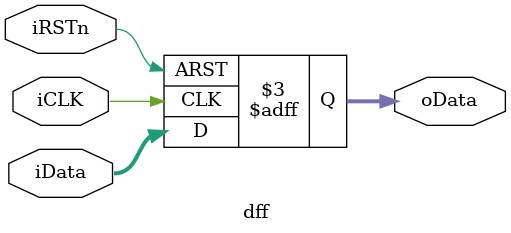
<source format=v>
module dff #(parameter N=16, D=26)
			( input iCLK, iRSTn, 
		     	  input signed [N-1:0] iData,
			 output reg signed[N-1:0] oData );

always@(posedge iCLK, negedge iRSTn)
begin
	if(!iRSTn)
	oData <=0;
	else 
	oData <= iData;
end
endmodule

</source>
